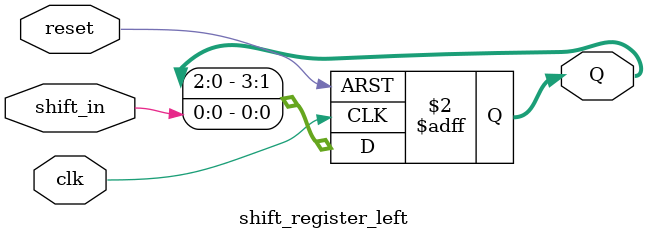
<source format=v>
module shift_register_left (
    input clk,         // 時鐘信號
    input reset,       // 重置信號
    input shift_in,    // 進來的數據
    output reg [3:0] Q // 4-bit 左移寄存器
);

    always @(posedge clk or posedge reset) begin
        if (reset) begin
            Q <= 4'b0000;  // 當重置信號為高時，清空寄存器
        end else begin
            Q <= {Q[2:0], shift_in};  // 左移，新的數據進入最右邊
        end
    end

endmodule

</source>
